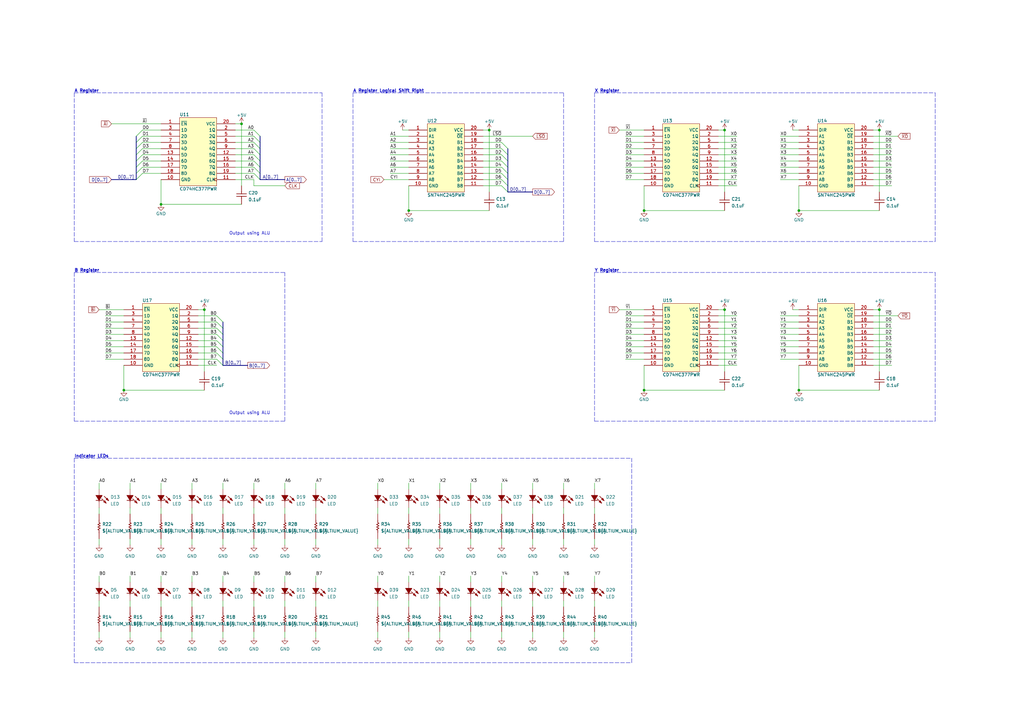
<source format=kicad_sch>
(kicad_sch (version 20211123) (generator eeschema)
  (paper "A3")
  (title_block (title "Registers") (date "2022-01-19") (rev "V1.1") (company "Riley Stuermer"))
  (junction (at 66.04 83.82))
  (junction (at 50.8 160.02))
  (junction (at 200.66 53.34))
  (junction (at 264.16 86.36))
  (junction (at 360.68 53.34))
  (junction (at 360.68 127))
  (junction (at 83.82 127))
  (junction (at 99.06 50.8))
  (junction (at 327.66 86.36))
  (junction (at 297.18 53.34))
  (junction (at 167.64 86.36))
  (junction (at 264.16 160.02))
  (junction (at 327.66 160.02))
  (junction (at 297.18 127))
  (bus_entry (at 205.74 73.66) (size 2.54 2.54))
  (bus_entry (at 205.74 76.2) (size 2.54 2.54))
  (bus_entry (at 205.74 66.04) (size 2.54 2.54))
  (bus_entry (at 205.74 68.58) (size 2.54 2.54))
  (bus_entry (at 205.74 71.12) (size 2.54 2.54))
  (bus_entry (at 205.74 58.42) (size 2.54 2.54))
  (bus_entry (at 205.74 60.96) (size 2.54 2.54))
  (bus_entry (at 205.74 63.5) (size 2.54 2.54))
  (bus_entry (at 88.9 147.32) (size 2.54 2.54))
  (bus_entry (at 88.9 144.78) (size 2.54 2.54))
  (bus_entry (at 88.9 129.54) (size 2.54 2.54))
  (bus_entry (at 88.9 134.62) (size 2.54 2.54))
  (bus_entry (at 88.9 132.08) (size 2.54 2.54))
  (bus_entry (at 88.9 137.16) (size 2.54 2.54))
  (bus_entry (at 88.9 139.7) (size 2.54 2.54))
  (bus_entry (at 88.9 142.24) (size 2.54 2.54))
  (bus_entry (at 55.88 55.88) (size 2.54 -2.54))
  (bus_entry (at 55.88 58.42) (size 2.54 -2.54))
  (bus_entry (at 55.88 60.96) (size 2.54 -2.54))
  (bus_entry (at 55.88 73.66) (size 2.54 -2.54))
  (bus_entry (at 55.88 71.12) (size 2.54 -2.54))
  (bus_entry (at 55.88 68.58) (size 2.54 -2.54))
  (bus_entry (at 55.88 63.5) (size 2.54 -2.54))
  (bus_entry (at 55.88 66.04) (size 2.54 -2.54))
  (bus_entry (at 104.14 60.96) (size 2.54 2.54))
  (bus_entry (at 104.14 63.5) (size 2.54 2.54))
  (bus_entry (at 104.14 68.58) (size 2.54 2.54))
  (bus_entry (at 104.14 66.04) (size 2.54 2.54))
  (bus_entry (at 104.14 71.12) (size 2.54 2.54))
  (bus_entry (at 104.14 58.42) (size 2.54 2.54))
  (bus_entry (at 104.14 55.88) (size 2.54 2.54))
  (bus_entry (at 104.14 53.34) (size 2.54 2.54))
  (wire (pts (xy 243.84 223.52) (xy 243.84 220.98)))
  (wire (pts (xy 294.64 63.5) (xy 302.26 63.5)))
  (polyline (pts (xy 30.48 38.1) (xy 132.08 38.1)))
  (bus (pts (xy 91.44 137.16) (xy 91.44 139.7)))
  (wire (pts (xy 360.68 127) (xy 358.14 127)))
  (wire (pts (xy 66.04 248.92) (xy 66.04 246.38)))
  (wire (pts (xy 104.14 210.82) (xy 104.14 208.28)))
  (wire (pts (xy 81.28 132.08) (xy 88.9 132.08)))
  (wire (pts (xy 327.66 71.12) (xy 320.04 71.12)))
  (wire (pts (xy 50.8 144.78) (xy 43.18 144.78)))
  (wire (pts (xy 104.14 261.62) (xy 104.14 259.08)))
  (wire (pts (xy 66.04 261.62) (xy 66.04 259.08)))
  (polyline (pts (xy 259.08 271.78) (xy 259.08 187.96)))
  (wire (pts (xy 358.14 66.04) (xy 365.76 66.04)))
  (wire (pts (xy 358.14 144.78) (xy 365.76 144.78)))
  (wire (pts (xy 40.64 236.22) (xy 40.64 238.76)))
  (bus (pts (xy 106.68 60.96) (xy 106.68 63.5)))
  (wire (pts (xy 302.26 134.62) (xy 294.64 134.62)))
  (wire (pts (xy 167.64 198.12) (xy 167.64 200.66)))
  (bus (pts (xy 91.44 134.62) (xy 91.44 137.16)))
  (wire (pts (xy 200.66 53.34) (xy 198.12 53.34)))
  (wire (pts (xy 81.28 147.32) (xy 88.9 147.32)))
  (wire (pts (xy 327.66 60.96) (xy 320.04 60.96)))
  (wire (pts (xy 129.54 223.52) (xy 129.54 220.98)))
  (wire (pts (xy 116.84 261.62) (xy 116.84 259.08)))
  (wire (pts (xy 180.34 236.22) (xy 180.34 238.76)))
  (wire (pts (xy 129.54 236.22) (xy 129.54 238.76)))
  (wire (pts (xy 116.84 198.12) (xy 116.84 200.66)))
  (wire (pts (xy 358.14 55.88) (xy 368.3 55.88)))
  (wire (pts (xy 320.04 132.08) (xy 327.66 132.08)))
  (bus (pts (xy 55.88 60.96) (xy 55.88 63.5)))
  (wire (pts (xy 365.76 137.16) (xy 358.14 137.16)))
  (wire (pts (xy 50.8 160.02) (xy 50.8 149.86)))
  (wire (pts (xy 231.14 236.22) (xy 231.14 238.76)))
  (wire (pts (xy 66.04 236.22) (xy 66.04 238.76)))
  (polyline (pts (xy 116.84 172.72) (xy 116.84 111.76)))
  (wire (pts (xy 218.44 210.82) (xy 218.44 208.28)))
  (wire (pts (xy 231.14 261.62) (xy 231.14 259.08)))
  (wire (pts (xy 66.04 210.82) (xy 66.04 208.28)))
  (wire (pts (xy 200.66 86.36) (xy 167.64 86.36)))
  (wire (pts (xy 256.54 142.24) (xy 264.16 142.24)))
  (wire (pts (xy 154.94 198.12) (xy 154.94 200.66)))
  (wire (pts (xy 81.28 144.78) (xy 88.9 144.78)))
  (polyline (pts (xy 383.54 99.06) (xy 383.54 38.1)))
  (wire (pts (xy 53.34 223.52) (xy 53.34 220.98)))
  (wire (pts (xy 243.84 236.22) (xy 243.84 238.76)))
  (wire (pts (xy 96.52 58.42) (xy 104.14 58.42)))
  (wire (pts (xy 294.64 127) (xy 297.18 127)))
  (wire (pts (xy 81.28 134.62) (xy 88.9 134.62)))
  (wire (pts (xy 180.34 248.92) (xy 180.34 246.38)))
  (wire (pts (xy 58.42 55.88) (xy 66.04 55.88)))
  (wire (pts (xy 78.74 236.22) (xy 78.74 238.76)))
  (wire (pts (xy 365.76 63.5) (xy 358.14 63.5)))
  (polyline (pts (xy 243.84 111.76) (xy 383.54 111.76)))
  (wire (pts (xy 327.66 86.36) (xy 327.66 76.2)))
  (wire (pts (xy 66.04 58.42) (xy 58.42 58.42)))
  (wire (pts (xy 302.26 129.54) (xy 294.64 129.54)))
  (wire (pts (xy 160.02 63.5) (xy 167.64 63.5)))
  (wire (pts (xy 365.76 147.32) (xy 358.14 147.32)))
  (wire (pts (xy 327.66 66.04) (xy 320.04 66.04)))
  (wire (pts (xy 264.16 71.12) (xy 256.54 71.12)))
  (bus (pts (xy 106.68 63.5) (xy 106.68 66.04)))
  (wire (pts (xy 320.04 68.58) (xy 327.66 68.58)))
  (wire (pts (xy 91.44 223.52) (xy 91.44 220.98)))
  (wire (pts (xy 96.52 50.8) (xy 99.06 50.8)))
  (wire (pts (xy 58.42 71.12) (xy 66.04 71.12)))
  (wire (pts (xy 358.14 76.2) (xy 365.76 76.2)))
  (wire (pts (xy 365.76 73.66) (xy 358.14 73.66)))
  (polyline (pts (xy 231.14 99.06) (xy 231.14 38.1)))
  (wire (pts (xy 83.82 127) (xy 83.82 152.4)))
  (wire (pts (xy 58.42 60.96) (xy 66.04 60.96)))
  (wire (pts (xy 205.74 73.66) (xy 198.12 73.66)))
  (wire (pts (xy 243.84 261.62) (xy 243.84 259.08)))
  (wire (pts (xy 358.14 71.12) (xy 365.76 71.12)))
  (wire (pts (xy 256.54 137.16) (xy 264.16 137.16)))
  (wire (pts (xy 360.68 86.36) (xy 327.66 86.36)))
  (wire (pts (xy 104.14 76.2) (xy 116.84 76.2)))
  (polyline (pts (xy 30.48 99.06) (xy 132.08 99.06)))
  (polyline (pts (xy 30.48 111.76) (xy 116.84 111.76)))
  (wire (pts (xy 294.64 147.32) (xy 302.26 147.32)))
  (wire (pts (xy 193.04 223.52) (xy 193.04 220.98)))
  (wire (pts (xy 40.64 127) (xy 50.8 127)))
  (wire (pts (xy 218.44 223.52) (xy 218.44 220.98)))
  (wire (pts (xy 254 127) (xy 264.16 127)))
  (wire (pts (xy 320.04 137.16) (xy 327.66 137.16)))
  (wire (pts (xy 78.74 261.62) (xy 78.74 259.08)))
  (wire (pts (xy 294.64 76.2) (xy 302.26 76.2)))
  (wire (pts (xy 205.74 58.42) (xy 198.12 58.42)))
  (polyline (pts (xy 30.48 187.96) (xy 259.08 187.96)))
  (wire (pts (xy 198.12 76.2) (xy 205.74 76.2)))
  (wire (pts (xy 218.44 198.12) (xy 218.44 200.66)))
  (wire (pts (xy 294.64 68.58) (xy 302.26 68.58)))
  (bus (pts (xy 208.28 66.04) (xy 208.28 68.58)))
  (wire (pts (xy 91.44 236.22) (xy 91.44 238.76)))
  (wire (pts (xy 104.14 198.12) (xy 104.14 200.66)))
  (wire (pts (xy 365.76 58.42) (xy 358.14 58.42)))
  (wire (pts (xy 81.28 127) (xy 83.82 127)))
  (wire (pts (xy 365.76 68.58) (xy 358.14 68.58)))
  (wire (pts (xy 66.04 198.12) (xy 66.04 200.66)))
  (wire (pts (xy 294.64 53.34) (xy 297.18 53.34)))
  (polyline (pts (xy 30.48 271.78) (xy 259.08 271.78)))
  (wire (pts (xy 180.34 210.82) (xy 180.34 208.28)))
  (wire (pts (xy 205.74 248.92) (xy 205.74 246.38)))
  (bus (pts (xy 106.68 58.42) (xy 106.68 60.96)))
  (wire (pts (xy 78.74 248.92) (xy 78.74 246.38)))
  (wire (pts (xy 91.44 261.62) (xy 91.44 259.08)))
  (polyline (pts (xy 243.84 38.1) (xy 243.84 99.06)))
  (wire (pts (xy 165.1 53.34) (xy 167.64 53.34)))
  (wire (pts (xy 40.64 261.62) (xy 40.64 259.08)))
  (wire (pts (xy 180.34 261.62) (xy 180.34 259.08)))
  (bus (pts (xy 55.88 58.42) (xy 55.88 60.96)))
  (wire (pts (xy 205.74 198.12) (xy 205.74 200.66)))
  (wire (pts (xy 320.04 63.5) (xy 327.66 63.5)))
  (wire (pts (xy 360.68 78.74) (xy 360.68 53.34)))
  (wire (pts (xy 116.84 210.82) (xy 116.84 208.28)))
  (wire (pts (xy 358.14 129.54) (xy 368.3 129.54)))
  (wire (pts (xy 243.84 248.92) (xy 243.84 246.38)))
  (wire (pts (xy 53.34 236.22) (xy 53.34 238.76)))
  (wire (pts (xy 66.04 53.34) (xy 58.42 53.34)))
  (wire (pts (xy 193.04 248.92) (xy 193.04 246.38)))
  (wire (pts (xy 96.52 55.88) (xy 104.14 55.88)))
  (wire (pts (xy 198.12 55.88) (xy 218.44 55.88)))
  (wire (pts (xy 327.66 134.62) (xy 320.04 134.62)))
  (wire (pts (xy 294.64 58.42) (xy 302.26 58.42)))
  (wire (pts (xy 198.12 60.96) (xy 205.74 60.96)))
  (wire (pts (xy 218.44 261.62) (xy 218.44 259.08)))
  (bus (pts (xy 106.68 71.12) (xy 106.68 73.66)))
  (wire (pts (xy 358.14 134.62) (xy 365.76 134.62)))
  (wire (pts (xy 66.04 68.58) (xy 58.42 68.58)))
  (polyline (pts (xy 243.84 111.76) (xy 243.84 172.72)))
  (wire (pts (xy 243.84 210.82) (xy 243.84 208.28)))
  (bus (pts (xy 91.44 132.08) (xy 91.44 134.62)))
  (wire (pts (xy 78.74 210.82) (xy 78.74 208.28)))
  (wire (pts (xy 96.52 68.58) (xy 104.14 68.58)))
  (wire (pts (xy 167.64 210.82) (xy 167.64 208.28)))
  (wire (pts (xy 297.18 127) (xy 297.18 152.4)))
  (wire (pts (xy 264.16 60.96) (xy 256.54 60.96)))
  (bus (pts (xy 55.88 73.66) (xy 45.72 73.66)))
  (wire (pts (xy 294.64 73.66) (xy 302.26 73.66)))
  (wire (pts (xy 256.54 63.5) (xy 264.16 63.5)))
  (polyline (pts (xy 132.08 99.06) (xy 132.08 38.1)))
  (wire (pts (xy 327.66 129.54) (xy 320.04 129.54)))
  (polyline (pts (xy 30.48 187.96) (xy 30.48 271.78)))
  (wire (pts (xy 243.84 198.12) (xy 243.84 200.66)))
  (wire (pts (xy 254 53.34) (xy 264.16 53.34)))
  (wire (pts (xy 129.54 210.82) (xy 129.54 208.28)))
  (wire (pts (xy 320.04 142.24) (xy 327.66 142.24)))
  (bus (pts (xy 91.44 147.32) (xy 91.44 149.86)))
  (wire (pts (xy 58.42 66.04) (xy 66.04 66.04)))
  (wire (pts (xy 327.66 144.78) (xy 320.04 144.78)))
  (wire (pts (xy 325.12 127) (xy 327.66 127)))
  (wire (pts (xy 358.14 60.96) (xy 365.76 60.96)))
  (wire (pts (xy 78.74 198.12) (xy 78.74 200.66)))
  (wire (pts (xy 365.76 142.24) (xy 358.14 142.24)))
  (wire (pts (xy 116.84 248.92) (xy 116.84 246.38)))
  (wire (pts (xy 264.16 139.7) (xy 256.54 139.7)))
  (wire (pts (xy 96.52 53.34) (xy 104.14 53.34)))
  (polyline (pts (xy 144.78 38.1) (xy 231.14 38.1)))
  (wire (pts (xy 327.66 55.88) (xy 320.04 55.88)))
  (wire (pts (xy 104.14 73.66) (xy 104.14 76.2)))
  (wire (pts (xy 302.26 71.12) (xy 294.64 71.12)))
  (wire (pts (xy 193.04 210.82) (xy 193.04 208.28)))
  (bus (pts (xy 55.88 66.04) (xy 55.88 68.58)))
  (wire (pts (xy 297.18 53.34) (xy 297.18 78.74)))
  (wire (pts (xy 302.26 139.7) (xy 294.64 139.7)))
  (wire (pts (xy 193.04 261.62) (xy 193.04 259.08)))
  (wire (pts (xy 167.64 55.88) (xy 160.02 55.88)))
  (polyline (pts (xy 30.48 111.76) (xy 30.48 172.72)))
  (wire (pts (xy 53.34 198.12) (xy 53.34 200.66)))
  (wire (pts (xy 256.54 68.58) (xy 264.16 68.58)))
  (wire (pts (xy 325.12 53.34) (xy 327.66 53.34)))
  (wire (pts (xy 264.16 144.78) (xy 256.54 144.78)))
  (polyline (pts (xy 144.78 99.06) (xy 231.14 99.06)))
  (wire (pts (xy 193.04 198.12) (xy 193.04 200.66)))
  (polyline (pts (xy 30.48 172.72) (xy 116.84 172.72)))
  (wire (pts (xy 45.72 50.8) (xy 66.04 50.8)))
  (bus (pts (xy 208.28 76.2) (xy 208.28 78.74)))
  (wire (pts (xy 294.64 142.24) (xy 302.26 142.24)))
  (wire (pts (xy 205.74 68.58) (xy 198.12 68.58)))
  (wire (pts (xy 96.52 73.66) (xy 104.14 73.66)))
  (bus (pts (xy 208.28 73.66) (xy 208.28 76.2)))
  (wire (pts (xy 256.54 132.08) (xy 264.16 132.08)))
  (bus (pts (xy 106.68 55.88) (xy 106.68 58.42)))
  (wire (pts (xy 167.64 248.92) (xy 167.64 246.38)))
  (bus (pts (xy 91.44 139.7) (xy 91.44 142.24)))
  (wire (pts (xy 264.16 129.54) (xy 256.54 129.54)))
  (wire (pts (xy 43.18 132.08) (xy 50.8 132.08)))
  (bus (pts (xy 55.88 55.88) (xy 55.88 58.42)))
  (wire (pts (xy 180.34 198.12) (xy 180.34 200.66)))
  (bus (pts (xy 106.68 68.58) (xy 106.68 71.12)))
  (wire (pts (xy 264.16 134.62) (xy 256.54 134.62)))
  (wire (pts (xy 129.54 248.92) (xy 129.54 246.38)))
  (wire (pts (xy 53.34 248.92) (xy 53.34 246.38)))
  (bus (pts (xy 208.28 60.96) (xy 208.28 63.5)))
  (wire (pts (xy 116.84 223.52) (xy 116.84 220.98)))
  (wire (pts (xy 264.16 66.04) (xy 256.54 66.04)))
  (wire (pts (xy 43.18 137.16) (xy 50.8 137.16)))
  (wire (pts (xy 167.64 60.96) (xy 160.02 60.96)))
  (wire (pts (xy 43.18 142.24) (xy 50.8 142.24)))
  (wire (pts (xy 365.76 132.08) (xy 358.14 132.08)))
  (bus (pts (xy 208.28 63.5) (xy 208.28 66.04)))
  (wire (pts (xy 81.28 129.54) (xy 88.9 129.54)))
  (wire (pts (xy 167.64 66.04) (xy 160.02 66.04)))
  (wire (pts (xy 218.44 248.92) (xy 218.44 246.38)))
  (bus (pts (xy 91.44 142.24) (xy 91.44 144.78)))
  (wire (pts (xy 167.64 236.22) (xy 167.64 238.76)))
  (wire (pts (xy 154.94 248.92) (xy 154.94 246.38)))
  (polyline (pts (xy 243.84 172.72) (xy 383.54 172.72)))
  (wire (pts (xy 205.74 236.22) (xy 205.74 238.76)))
  (wire (pts (xy 81.28 139.7) (xy 88.9 139.7)))
  (wire (pts (xy 294.64 132.08) (xy 302.26 132.08)))
  (wire (pts (xy 167.64 71.12) (xy 160.02 71.12)))
  (wire (pts (xy 40.64 248.92) (xy 40.64 246.38)))
  (wire (pts (xy 264.16 86.36) (xy 264.16 76.2)))
  (wire (pts (xy 154.94 210.82) (xy 154.94 208.28)))
  (wire (pts (xy 302.26 60.96) (xy 294.64 60.96)))
  (wire (pts (xy 231.14 210.82) (xy 231.14 208.28)))
  (wire (pts (xy 154.94 261.62) (xy 154.94 259.08)))
  (bus (pts (xy 55.88 68.58) (xy 55.88 71.12)))
  (bus (pts (xy 55.88 71.12) (xy 55.88 73.66)))
  (wire (pts (xy 91.44 248.92) (xy 91.44 246.38)))
  (wire (pts (xy 104.14 223.52) (xy 104.14 220.98)))
  (polyline (pts (xy 243.84 99.06) (xy 383.54 99.06)))
  (wire (pts (xy 200.66 78.74) (xy 200.66 53.34)))
  (wire (pts (xy 53.34 210.82) (xy 53.34 208.28)))
  (wire (pts (xy 81.28 137.16) (xy 88.9 137.16)))
  (wire (pts (xy 129.54 198.12) (xy 129.54 200.66)))
  (bus (pts (xy 91.44 149.86) (xy 101.6 149.86)))
  (wire (pts (xy 83.82 160.02) (xy 50.8 160.02)))
  (wire (pts (xy 231.14 198.12) (xy 231.14 200.66)))
  (wire (pts (xy 40.64 223.52) (xy 40.64 220.98)))
  (wire (pts (xy 154.94 223.52) (xy 154.94 220.98)))
  (polyline (pts (xy 144.78 38.1) (xy 144.78 99.06)))
  (wire (pts (xy 154.94 236.22) (xy 154.94 238.76)))
  (wire (pts (xy 91.44 198.12) (xy 91.44 200.66)))
  (wire (pts (xy 160.02 58.42) (xy 167.64 58.42)))
  (bus (pts (xy 208.28 71.12) (xy 208.28 73.66)))
  (wire (pts (xy 302.26 66.04) (xy 294.64 66.04)))
  (wire (pts (xy 43.18 147.32) (xy 50.8 147.32)))
  (bus (pts (xy 106.68 73.66) (xy 116.84 73.66)))
  (wire (pts (xy 205.74 261.62) (xy 205.74 259.08)))
  (wire (pts (xy 96.52 71.12) (xy 104.14 71.12)))
  (wire (pts (xy 66.04 223.52) (xy 66.04 220.98)))
  (wire (pts (xy 198.12 66.04) (xy 205.74 66.04)))
  (wire (pts (xy 256.54 58.42) (xy 264.16 58.42)))
  (wire (pts (xy 256.54 147.32) (xy 264.16 147.32)))
  (wire (pts (xy 81.28 142.24) (xy 88.9 142.24)))
  (bus (pts (xy 106.68 66.04) (xy 106.68 68.58)))
  (wire (pts (xy 320.04 73.66) (xy 327.66 73.66)))
  (wire (pts (xy 180.34 223.52) (xy 180.34 220.98)))
  (wire (pts (xy 205.74 210.82) (xy 205.74 208.28)))
  (wire (pts (xy 81.28 149.86) (xy 88.9 149.86)))
  (wire (pts (xy 294.64 149.86) (xy 302.26 149.86)))
  (wire (pts (xy 302.26 144.78) (xy 294.64 144.78)))
  (wire (pts (xy 231.14 248.92) (xy 231.14 246.38)))
  (wire (pts (xy 66.04 63.5) (xy 58.42 63.5)))
  (wire (pts (xy 358.14 149.86) (xy 365.76 149.86)))
  (wire (pts (xy 50.8 134.62) (xy 43.18 134.62)))
  (wire (pts (xy 264.16 55.88) (xy 256.54 55.88)))
  (wire (pts (xy 205.74 223.52) (xy 205.74 220.98)))
  (wire (pts (xy 294.64 137.16) (xy 302.26 137.16)))
  (wire (pts (xy 50.8 129.54) (xy 43.18 129.54)))
  (wire (pts (xy 99.06 83.82) (xy 66.04 83.82)))
  (wire (pts (xy 167.64 223.52) (xy 167.64 220.98)))
  (wire (pts (xy 104.14 248.92) (xy 104.14 246.38)))
  (wire (pts (xy 50.8 139.7) (xy 43.18 139.7)))
  (bus (pts (xy 208.28 68.58) (xy 208.28 71.12)))
  (bus (pts (xy 55.88 63.5) (xy 55.88 66.04)))
  (wire (pts (xy 40.64 210.82) (xy 40.64 208.28)))
  (wire (pts (xy 66.04 83.82) (xy 66.04 73.66)))
  (wire (pts (xy 116.84 236.22) (xy 116.84 238.76)))
  (wire (pts (xy 327.66 139.7) (xy 320.04 139.7)))
  (wire (pts (xy 129.54 261.62) (xy 129.54 259.08)))
  (wire (pts (xy 360.68 53.34) (xy 358.14 53.34)))
  (wire (pts (xy 320.04 58.42) (xy 327.66 58.42)))
  (wire (pts (xy 231.14 223.52) (xy 231.14 220.98)))
  (wire (pts (xy 167.64 86.36) (xy 167.64 76.2)))
  (wire (pts (xy 160.02 68.58) (xy 167.64 68.58)))
  (bus (pts (xy 91.44 144.78) (xy 91.44 147.32)))
  (wire (pts (xy 40.64 198.12) (xy 40.64 200.66)))
  (wire (pts (xy 358.14 139.7) (xy 365.76 139.7)))
  (polyline (pts (xy 30.48 38.1) (xy 30.48 99.06)))
  (wire (pts (xy 256.54 73.66) (xy 264.16 73.66)))
  (wire (pts (xy 96.52 66.04) (xy 104.14 66.04)))
  (wire (pts (xy 96.52 60.96) (xy 104.14 60.96)))
  (wire (pts (xy 360.68 160.02) (xy 327.66 160.02)))
  (polyline (pts (xy 243.84 38.1) (xy 383.54 38.1)))
  (wire (pts (xy 167.64 73.66) (xy 157.48 73.66)))
  (wire (pts (xy 99.06 50.8) (xy 99.06 76.2)))
  (wire (pts (xy 264.16 160.02) (xy 264.16 149.86)))
  (wire (pts (xy 327.66 160.02) (xy 327.66 149.86)))
  (wire (pts (xy 198.12 71.12) (xy 205.74 71.12)))
  (wire (pts (xy 91.44 210.82) (xy 91.44 208.28)))
  (wire (pts (xy 193.04 236.22) (xy 193.04 238.76)))
  (wire (pts (xy 302.26 55.88) (xy 294.64 55.88)))
  (wire (pts (xy 104.14 236.22) (xy 104.14 238.76)))
  (wire (pts (xy 360.68 152.4) (xy 360.68 127)))
  (wire (pts (xy 297.18 86.36) (xy 264.16 86.36)))
  (wire (pts (xy 167.64 261.62) (xy 167.64 259.08)))
  (wire (pts (xy 320.04 147.32) (xy 327.66 147.32)))
  (wire (pts (xy 297.18 160.02) (xy 264.16 160.02)))
  (wire (pts (xy 205.74 63.5) (xy 198.12 63.5)))
  (wire (pts (xy 218.44 236.22) (xy 218.44 238.76)))
  (wire (pts (xy 78.74 223.52) (xy 78.74 220.98)))
  (wire (pts (xy 53.34 261.62) (xy 53.34 259.08)))
  (polyline (pts (xy 383.54 172.72) (xy 383.54 111.76)))
  (bus (pts (xy 208.28 78.74) (xy 218.44 78.74)))
  (wire (pts (xy 96.52 63.5) (xy 104.14 63.5)))
  (text "Indicator LEDs" (at 30.48 187.96 0) (effects (font (size 1.27 1.27) (thickness 0.254) bold) (justify left bottom)))
  (text "Y Register" (at 243.84 111.76 0) (effects (font (size 1.27 1.27) (thickness 0.254) bold) (justify left bottom)))
  (text "X Register" (at 243.84 38.1 0) (effects (font (size 1.27 1.27) (thickness 0.254) bold) (justify left bottom)))
  (text "A Register" (at 30.48 38.1 0) (effects (font (size 1.27 1.27) (thickness 0.254) bold) (justify left bottom)))
  (text "A Register Logical Shift Right" (at 144.78 38.1 0) (effects (font (size 1.27 1.27) (thickness 0.254) bold) (justify left bottom)))
  (text "B Register" (at 30.48 111.76 0) (effects (font (size 1.27 1.27) (thickness 0.254) bold) (justify left bottom)))
  (text "Output using ALU" (at 93.98 170.18 0) (effects (font (size 1.27 1.27)) (justify left bottom)))
  (text "Output using ALU" (at 93.98 96.52 0) (effects (font (size 1.27 1.27)) (justify left bottom)))
  (label "D3" (at 43.18 137.16 0))
  (label "X1" (at 302.26 58.42 180))
  (label "D6" (at 365.76 147.32 180))
  (label "Y7" (at 302.26 147.32 180))
  (label "X1" (at 167.64 198.12 0))
  (label "Y3" (at 320.04 137.16 0))
  (label "D7" (at 58.42 71.12 0))
  (label "D1" (at 365.76 134.62 180))
  (label "D2" (at 365.76 63.5 180))
  (label "B7" (at 129.54 236.22 0))
  (label "D7" (at 43.18 147.32 0))
  (label "A5" (at 104.14 198.12 0))
  (label "Y3" (at 302.26 137.16 180))
  (label "D0" (at 256.54 129.54 0))
  (label "D5" (at 205.74 71.12 180))
  (label "X2" (at 180.34 198.12 0))
  (label "D7" (at 256.54 73.66 0))
  (label "A4" (at 104.14 63.5 180))
  (label "X6" (at 302.26 71.12 180))
  (label "D0" (at 365.76 58.42 180))
  (label "D[0..7]" (at 215.9 78.74 180))
  (label "X0" (at 320.04 55.88 0))
  (label "Y5" (at 302.26 142.24 180))
  (label "X6" (at 231.14 198.12 0))
  (label "X5" (at 302.26 68.58 180))
  (label "D5" (at 43.18 142.24 0))
  (label "D5" (at 365.76 144.78 180))
  (label "A2" (at 160.02 58.42 0))
  (label "D0" (at 205.74 58.42 180))
  (label "D1" (at 365.76 60.96 180))
  (label "D6" (at 365.76 73.66 180))
  (label "B5" (at 104.14 236.22 0))
  (label "A2" (at 66.04 198.12 0))
  (label "D0" (at 43.18 129.54 0))
  (label "Y4" (at 320.04 139.7 0))
  (label "D6" (at 256.54 144.78 0))
  (label "D7" (at 256.54 147.32 0))
  (label "D4" (at 365.76 142.24 180))
  (label "~{YO}" (at 365.76 129.54 180))
  (label "A4" (at 91.44 198.12 0))
  (label "B0" (at 40.64 236.22 0))
  (label "B4" (at 91.44 236.22 0))
  (label "D3" (at 256.54 137.16 0))
  (label "D3" (at 365.76 66.04 180))
  (label "B1" (at 88.9 132.08 180))
  (label "A3" (at 104.14 60.96 180))
  (label "D6" (at 43.18 144.78 0))
  (label "D4" (at 256.54 139.7 0))
  (label "Y4" (at 302.26 139.7 180))
  (label "X3" (at 193.04 198.12 0))
  (label "X4" (at 302.26 66.04 180))
  (label "X7" (at 243.84 198.12 0))
  (label "B2" (at 66.04 236.22 0))
  (label "D3" (at 58.42 60.96 0))
  (label "D1" (at 205.74 60.96 180))
  (label "~{XO}" (at 365.76 55.88 180))
  (label "A1" (at 104.14 55.88 180))
  (label "CLK" (at 88.9 149.86 180))
  (label "D6" (at 205.74 73.66 180))
  (label "D1" (at 256.54 58.42 0))
  (label "Y6" (at 320.04 144.78 0))
  (label "D7" (at 365.76 149.86 180))
  (label "D5" (at 365.76 71.12 180))
  (label "A5" (at 104.14 66.04 180))
  (label "~{YI}" (at 256.54 127 0))
  (label "Y2" (at 320.04 134.62 0))
  (label "X3" (at 302.26 63.5 180))
  (label "D2" (at 365.76 137.16 180))
  (label "A0" (at 104.14 53.34 180))
  (label "D[0..7]" (at 48.26 73.66 0))
  (label "D4" (at 256.54 66.04 0))
  (label "D2" (at 205.74 63.5 180))
  (label "D1" (at 256.54 132.08 0))
  (label "A1" (at 53.34 198.12 0))
  (label "Y0" (at 320.04 129.54 0))
  (label "~{LSO}" (at 205.74 55.88 180))
  (label "B7" (at 88.9 147.32 180))
  (label "D6" (at 256.54 71.12 0))
  (label "~{XI}" (at 256.54 53.34 0))
  (label "D5" (at 256.54 142.24 0))
  (label "D2" (at 256.54 134.62 0))
  (label "A2" (at 104.14 58.42 180))
  (label "Y7" (at 320.04 147.32 0))
  (label "D0" (at 58.42 53.34 0))
  (label "D3" (at 256.54 63.5 0))
  (label "A1" (at 160.02 55.88 0))
  (label "A7" (at 129.54 198.12 0))
  (label "D2" (at 256.54 60.96 0))
  (label "X6" (at 320.04 71.12 0))
  (label "Y5" (at 218.44 236.22 0))
  (label "A6" (at 116.84 198.12 0))
  (label "D4" (at 205.74 68.58 180))
  (label "~{AI}" (at 58.42 50.8 0))
  (label "B6" (at 88.9 144.78 180))
  (label "Y1" (at 167.64 236.22 0))
  (label "X0" (at 302.26 55.88 180))
  (label "A6" (at 160.02 68.58 0))
  (label "X2" (at 302.26 60.96 180))
  (label "D2" (at 43.18 134.62 0))
  (label "A6" (at 104.14 68.58 180))
  (label "B1" (at 53.34 236.22 0))
  (label "B0" (at 88.9 129.54 180))
  (label "X4" (at 205.74 198.12 0))
  (label "Y0" (at 302.26 129.54 180))
  (label "~{BI}" (at 43.18 127 0))
  (label "B3" (at 78.74 236.22 0))
  (label "A[0..7]" (at 114.3 73.66 180))
  (label "Y2" (at 302.26 134.62 180))
  (label "Y2" (at 180.34 236.22 0))
  (label "X3" (at 320.04 63.5 0))
  (label "D4" (at 365.76 68.58 180))
  (label "D1" (at 43.18 132.08 0))
  (label "D5" (at 256.54 68.58 0))
  (label "X2" (at 320.04 60.96 0))
  (label "Y6" (at 231.14 236.22 0))
  (label "D3" (at 205.74 66.04 180))
  (label "CLK" (at 302.26 149.86 180))
  (label "Y1" (at 302.26 132.08 180))
  (label "X7" (at 320.04 73.66 0))
  (label "D6" (at 58.42 68.58 0))
  (label "B[0..7]" (at 99.06 149.86 180))
  (label "B3" (at 88.9 137.16 180))
  (label "Y4" (at 205.74 236.22 0))
  (label "D0" (at 256.54 55.88 0))
  (label "Y3" (at 193.04 236.22 0))
  (label "X4" (at 320.04 66.04 0))
  (label "D4" (at 43.18 139.7 0))
  (label "Y6" (at 302.26 144.78 180))
  (label "Y7" (at 243.84 236.22 0))
  (label "D7" (at 205.74 76.2 180))
  (label "X5" (at 218.44 198.12 0))
  (label "D1" (at 58.42 55.88 0))
  (label "X0" (at 154.94 198.12 0))
  (label "Y5" (at 320.04 142.24 0))
  (label "CLK" (at 302.26 76.2 180))
  (label "D2" (at 58.42 58.42 0))
  (label "B6" (at 116.84 236.22 0))
  (label "B2" (at 88.9 134.62 180))
  (label "A7" (at 104.14 71.12 180))
  (label "Y0" (at 154.94 236.22 0))
  (label "A4" (at 160.02 63.5 0))
  (label "D0" (at 365.76 132.08 180))
  (label "D3" (at 365.76 139.7 180))
  (label "A0" (at 40.64 198.12 0))
  (label "A7" (at 160.02 71.12 0))
  (label "D4" (at 58.42 63.5 0))
  (label "CLK" (at 104.14 73.66 180))
  (label "X5" (at 320.04 68.58 0))
  (label "Y1" (at 320.04 132.08 0))
  (label "X1" (at 320.04 58.42 0))
  (label "A5" (at 160.02 66.04 0))
  (label "D7" (at 365.76 76.2 180))
  (label "D5" (at 58.42 66.04 0))
  (label "B4" (at 88.9 139.7 180))
  (label "CYI" (at 160.02 73.66 0))
  (label "A3" (at 78.74 198.12 0))
  (label "X7" (at 302.26 73.66 180))
  (label "A3" (at 160.02 60.96 0))
  (label "B5" (at 88.9 142.24 180))
  (global_label "CLK" (shape input) (at 116.84 76.2 0) (property "Intersheet References" "${INTERSHEET_REFS}" (effects hide)))
  (global_label "D[0..7]" (shape output) (at 218.44 78.74 0) (property "Intersheet References" "${INTERSHEET_REFS}" (effects hide)))
  (global_label "D[0..7]" (shape input) (at 45.72 73.66 180) (property "Intersheet References" "${INTERSHEET_REFS}" (effects hide)))
  (global_label "~{XO}" (shape input) (at 368.3 55.88 0) (property "Intersheet References" "${INTERSHEET_REFS}" (effects hide)))
  (global_label "~{XI}" (shape input) (at 254 53.34 180) (property "Intersheet References" "${INTERSHEET_REFS}" (effects hide)))
  (global_label "CYI" (shape input) (at 157.48 73.66 180) (property "Intersheet References" "${INTERSHEET_REFS}" (effects hide)))
  (global_label "~{YO}" (shape input) (at 368.3 129.54 0) (property "Intersheet References" "${INTERSHEET_REFS}" (effects hide)))
  (global_label "~{AI}" (shape input) (at 45.72 50.8 180) (property "Intersheet References" "${INTERSHEET_REFS}" (effects hide)))
  (global_label "~{BI}" (shape input) (at 40.64 127 180) (property "Intersheet References" "${INTERSHEET_REFS}" (effects hide)))
  (global_label "A[0..7]" (shape output) (at 116.84 73.66 0) (property "Intersheet References" "${INTERSHEET_REFS}" (effects hide)))
  (global_label "~{YI}" (shape input) (at 254 127 180) (property "Intersheet References" "${INTERSHEET_REFS}" (effects hide)))
  (global_label "~{LSO}" (shape input) (at 218.44 55.88 0) (property "Intersheet References" "${INTERSHEET_REFS}" (effects hide)))
  (global_label "B[0..7]" (shape output) (at 101.6 149.86 0) (property "Intersheet References" "${INTERSHEET_REFS}" (effects hide)))
  (symbol (lib_id "8BitCPU_Symbols:GND") (at 91.44 223.52 0) (unit 1)
    (property "Reference" "#PWR?" (effects hide))
    (property "Value" "GND" (at 91.44 228.0825 0))
  )
  (symbol (lib_id "8BitCPU_Symbols:LED") (at 167.64 241.3 270) (unit 1)
    (property "Reference" "D23" (at 172.2892 241.9657 90) (effects (justify left)))
    (property "Value" "LED" (at 172.2892 244.7408 90) (effects (justify left)))
    (property "Footprint" "0603-LED1608X04N" (effects hide))
  )
  (symbol (lib_id "8BitCPU_Symbols:SN74HC245PWR") (at 175.26 53.34 0) (unit 1)
    (property "Reference" "U12" (at 175.26 49.53 0) (effects (justify left)))
    (property "Value" "SN74HC245PWR" (at 175.26 80.01 0) (effects (justify left)))
    (property "Footprint" "TI-PW-TSSOP65P640X120-20N" (effects hide))
  )
  (symbol (lib_id "8BitCPU_Symbols:RES") (at 116.84 218.44 90) (unit 1)
    (property "Reference" "R28" (at 118.11 214.9915 90) (effects (justify right)))
    (property "Value" "${ALTIUM_VALUE}" (at 118.11 217.7666 90) (effects (justify right)))
    (property "Footprint" "0603-RESC1508X06N" (effects hide))
  )
  (symbol (lib_id "8BitCPU_Symbols:CAP") (at 360.68 157.48 90) (unit 1)
    (property "Reference" "C18" (at 363.474 155.3015 90) (effects (justify right)))
    (property "Value" "0.1uF" (at 363.474 158.0766 90) (effects (justify right)))
    (property "Footprint" "8BitCPU_Footprints:0603_CAPC1608X09N" (effects hide))
  )
  (symbol (lib_id "8BitCPU_Symbols:RES") (at 116.84 256.54 90) (unit 1)
    (property "Reference" "R20" (at 118.11 253.0915 90) (effects (justify right)))
    (property "Value" "${ALTIUM_VALUE}" (at 118.11 255.8666 90) (effects (justify right)))
    (property "Footprint" "0603-RESC1508X06N" (effects hide))
  )
  (symbol (lib_id "8BitCPU_Symbols:GND") (at 116.84 261.62 0) (unit 1)
    (property "Reference" "#PWR?" (effects hide))
    (property "Value" "GND" (at 116.84 266.1825 0))
  )
  (symbol (lib_id "8BitCPU_Symbols:GND") (at 167.64 261.62 0) (unit 1)
    (property "Reference" "#PWR?" (effects hide))
    (property "Value" "GND" (at 167.64 266.1825 0))
  )
  (symbol (lib_id "8BitCPU_Symbols:LED") (at 91.44 241.3 270) (unit 1)
    (property "Reference" "D9" (at 96.0893 241.9657 90) (effects (justify left)))
    (property "Value" "LED" (at 96.0893 244.7408 90) (effects (justify left)))
    (property "Footprint" "0603-LED1608X04N" (effects hide))
  )
  (symbol (lib_id "8BitCPU_Symbols:GND") (at 78.74 223.52 0) (unit 1)
    (property "Reference" "#PWR?" (effects hide))
    (property "Value" "GND" (at 78.74 228.0825 0))
  )
  (symbol (lib_id "8BitCPU_Symbols:RES") (at 218.44 218.44 90) (unit 1)
    (property "Reference" "R30" (at 219.71 214.9915 90) (effects (justify right)))
    (property "Value" "${ALTIUM_VALUE}" (at 219.71 217.7666 90) (effects (justify right)))
    (property "Footprint" "0603-RESC1508X06N" (effects hide))
  )
  (symbol (lib_id "8BitCPU_Symbols:LED") (at 193.04 203.2 270) (unit 1)
    (property "Reference" "D36" (at 197.6892 203.8657 90) (effects (justify left)))
    (property "Value" "LED" (at 197.6892 206.6408 90) (effects (justify left)))
    (property "Footprint" "0603-LED1608X04N" (effects hide))
  )
  (symbol (lib_id "8BitCPU_Symbols:GND") (at 40.64 223.52 0) (unit 1)
    (property "Reference" "#PWR?" (effects hide))
    (property "Value" "GND" (at 40.64 228.0825 0))
  )
  (symbol (lib_id "8BitCPU_Symbols:LED") (at 231.14 241.3 270) (unit 1)
    (property "Reference" "D28" (at 235.7892 241.9657 90) (effects (justify left)))
    (property "Value" "LED" (at 235.7892 244.7408 90) (effects (justify left)))
    (property "Footprint" "0603-LED1608X04N" (effects hide))
  )
  (symbol (lib_id "8BitCPU_Symbols:GND") (at 218.44 261.62 0) (unit 1)
    (property "Reference" "#PWR?" (effects hide))
    (property "Value" "GND" (at 218.44 266.1825 0))
  )
  (symbol (lib_id "8BitCPU_Symbols:GND") (at 129.54 223.52 0) (unit 1)
    (property "Reference" "#PWR?" (effects hide))
    (property "Value" "GND" (at 129.54 228.0825 0))
  )
  (symbol (lib_id "8BitCPU_Symbols:GND") (at 53.34 223.52 0) (unit 1)
    (property "Reference" "#PWR?" (effects hide))
    (property "Value" "GND" (at 53.34 228.0825 0))
  )
  (symbol (lib_id "8BitCPU_Symbols:+5V") (at 99.06 50.8 0) (unit 1)
    (property "Reference" "#PWR?" (effects hide))
    (property "Value" "+5" (at 99.06 47.244 0))
  )
  (symbol (lib_id "8BitCPU_Symbols:RES") (at 129.54 218.44 90) (unit 1)
    (property "Reference" "R29" (at 130.81 214.9915 90) (effects (justify right)))
    (property "Value" "${ALTIUM_VALUE}" (at 130.81 217.7666 90) (effects (justify right)))
    (property "Footprint" "0603-RESC1508X06N" (effects hide))
  )
  (symbol (lib_id "8BitCPU_Symbols:CAP") (at 83.82 157.48 90) (unit 1)
    (property "Reference" "C19" (at 86.614 155.3015 90) (effects (justify right)))
    (property "Value" "0.1uF" (at 86.614 158.0766 90) (effects (justify right)))
    (property "Footprint" "8BitCPU_Footprints:0603_CAPC1608X09N" (effects hide))
  )
  (symbol (lib_id "8BitCPU_Symbols:LED") (at 218.44 203.2 270) (unit 1)
    (property "Reference" "D38" (at 223.0892 203.8657 90) (effects (justify left)))
    (property "Value" "LED" (at 223.0892 206.6408 90) (effects (justify left)))
    (property "Footprint" "0603-LED1608X04N" (effects hide))
  )
  (symbol (lib_id "8BitCPU_Symbols:GND") (at 53.34 261.62 0) (unit 1)
    (property "Reference" "#PWR?" (effects hide))
    (property "Value" "GND" (at 53.34 266.1825 0))
  )
  (symbol (lib_id "8BitCPU_Symbols:LED") (at 205.74 241.3 270) (unit 1)
    (property "Reference" "D26" (at 210.3892 241.9657 90) (effects (justify left)))
    (property "Value" "LED" (at 210.3892 244.7408 90) (effects (justify left)))
    (property "Footprint" "0603-LED1608X04N" (effects hide))
  )
  (symbol (lib_id "8BitCPU_Symbols:GND") (at 205.74 223.52 0) (unit 1)
    (property "Reference" "#PWR?" (effects hide))
    (property "Value" "GND" (at 205.74 228.0825 0))
  )
  (symbol (lib_id "8BitCPU_Symbols:LED") (at 129.54 241.3 270) (unit 1)
    (property "Reference" "D12" (at 134.1892 241.9657 90) (effects (justify left)))
    (property "Value" "LED" (at 134.1892 244.7408 90) (effects (justify left)))
    (property "Footprint" "0603-LED1608X04N" (effects hide))
  )
  (symbol (lib_id "8BitCPU_Symbols:LED") (at 218.44 241.3 270) (unit 1)
    (property "Reference" "D27" (at 223.0892 241.9657 90) (effects (justify left)))
    (property "Value" "LED" (at 223.0892 244.7408 90) (effects (justify left)))
    (property "Footprint" "0603-LED1608X04N" (effects hide))
  )
  (symbol (lib_id "8BitCPU_Symbols:GND") (at 154.94 223.52 0) (unit 1)
    (property "Reference" "#PWR?" (effects hide))
    (property "Value" "GND" (at 154.94 228.0825 0))
  )
  (symbol (lib_id "8BitCPU_Symbols:GND") (at 193.04 261.62 0) (unit 1)
    (property "Reference" "#PWR?" (effects hide))
    (property "Value" "GND" (at 193.04 266.1825 0))
  )
  (symbol (lib_id "8BitCPU_Symbols:GND") (at 78.74 261.62 0) (unit 1)
    (property "Reference" "#PWR?" (effects hide))
    (property "Value" "GND" (at 78.74 266.1825 0))
  )
  (symbol (lib_id "8BitCPU_Symbols:GND") (at 104.14 223.52 0) (unit 1)
    (property "Reference" "#PWR?" (effects hide))
    (property "Value" "GND" (at 104.14 228.0825 0))
  )
  (symbol (lib_id "8BitCPU_Symbols:RES") (at 243.84 256.54 90) (unit 1)
    (property "Reference" "R40" (at 245.11 253.0915 90) (effects (justify right)))
    (property "Value" "${ALTIUM_VALUE}" (at 245.11 255.8666 90) (effects (justify right)))
    (property "Footprint" "0603-RESC1508X06N" (effects hide))
  )
  (symbol (lib_id "8BitCPU_Symbols:LED") (at 40.64 203.2 270) (unit 1)
    (property "Reference" "D13" (at 45.2892 203.8657 90) (effects (justify left)))
    (property "Value" "LED" (at 45.2892 206.6408 90) (effects (justify left)))
    (property "Footprint" "0603-LED1608X04N" (effects hide))
  )
  (symbol (lib_id "8BitCPU_Symbols:LED") (at 53.34 241.3 270) (unit 1)
    (property "Reference" "D6" (at 57.9893 241.9657 90) (effects (justify left)))
    (property "Value" "LED" (at 57.9893 244.7408 90) (effects (justify left)))
    (property "Footprint" "0603-LED1608X04N" (effects hide))
  )
  (symbol (lib_id "8BitCPU_Symbols:+5V") (at 165.1 53.34 0) (unit 1)
    (property "Reference" "#PWR?" (effects hide))
    (property "Value" "+5" (at 165.1 49.784 0))
  )
  (symbol (lib_id "8BitCPU_Symbols:GND") (at 66.04 223.52 0) (unit 1)
    (property "Reference" "#PWR?" (effects hide))
    (property "Value" "GND" (at 66.04 228.0825 0))
  )
  (symbol (lib_id "8BitCPU_Symbols:GND") (at 243.84 223.52 0) (unit 1)
    (property "Reference" "#PWR?" (effects hide))
    (property "Value" "GND" (at 243.84 228.0825 0))
  )
  (symbol (lib_id "8BitCPU_Symbols:RES") (at 104.14 218.44 90) (unit 1)
    (property "Reference" "R27" (at 105.41 214.9915 90) (effects (justify right)))
    (property "Value" "${ALTIUM_VALUE}" (at 105.41 217.7666 90) (effects (justify right)))
    (property "Footprint" "0603-RESC1508X06N" (effects hide))
  )
  (symbol (lib_id "8BitCPU_Symbols:RES") (at 53.34 256.54 90) (unit 1)
    (property "Reference" "R15" (at 54.61 253.0915 90) (effects (justify right)))
    (property "Value" "${ALTIUM_VALUE}" (at 54.61 255.8666 90) (effects (justify right)))
    (property "Footprint" "0603-RESC1508X06N" (effects hide))
  )
  (symbol (lib_id "8BitCPU_Symbols:LED") (at 104.14 203.2 270) (unit 1)
    (property "Reference" "D18" (at 108.7892 203.8657 90) (effects (justify left)))
    (property "Value" "LED" (at 108.7892 206.6408 90) (effects (justify left)))
    (property "Footprint" "0603-LED1608X04N" (effects hide))
  )
  (symbol (lib_id "8BitCPU_Symbols:GND") (at 243.84 261.62 0) (unit 1)
    (property "Reference" "#PWR?" (effects hide))
    (property "Value" "GND" (at 243.84 266.1825 0))
  )
  (symbol (lib_id "8BitCPU_Symbols:RES") (at 180.34 256.54 90) (unit 1)
    (property "Reference" "R41" (at 181.61 253.0915 90) (effects (justify right)))
    (property "Value" "${ALTIUM_VALUE}" (at 181.61 255.8666 90) (effects (justify right)))
    (property "Footprint" "0603-RESC1508X06N" (effects hide))
  )
  (symbol (lib_id "8BitCPU_Symbols:RES") (at 167.64 256.54 90) (unit 1)
    (property "Reference" "R46" (at 168.91 253.0915 90) (effects (justify right)))
    (property "Value" "${ALTIUM_VALUE}" (at 168.91 255.8666 90) (effects (justify right)))
    (property "Footprint" "0603-RESC1508X06N" (effects hide))
  )
  (symbol (lib_id "8BitCPU_Symbols:LED") (at 180.34 241.3 270) (unit 1)
    (property "Reference" "D24" (at 184.9892 241.9657 90) (effects (justify left)))
    (property "Value" "LED" (at 184.9892 244.7408 90) (effects (justify left)))
    (property "Footprint" "0603-LED1608X04N" (effects hide))
  )
  (symbol (lib_id "8BitCPU_Symbols:RES") (at 91.44 256.54 90) (unit 1)
    (property "Reference" "R18" (at 92.71 253.0915 90) (effects (justify right)))
    (property "Value" "${ALTIUM_VALUE}" (at 92.71 255.8666 90) (effects (justify right)))
    (property "Footprint" "0603-RESC1508X06N" (effects hide))
  )
  (symbol (lib_id "8BitCPU_Symbols:RES") (at 218.44 256.54 90) (unit 1)
    (property "Reference" "R39" (at 219.71 253.0915 90) (effects (justify right)))
    (property "Value" "${ALTIUM_VALUE}" (at 219.71 255.8666 90) (effects (justify right)))
    (property "Footprint" "0603-RESC1508X06N" (effects hide))
  )
  (symbol (lib_id "8BitCPU_Symbols:LED") (at 116.84 241.3 270) (unit 1)
    (property "Reference" "D11" (at 121.4892 241.9657 90) (effects (justify left)))
    (property "Value" "LED" (at 121.4892 244.7408 90) (effects (justify left)))
    (property "Footprint" "0603-LED1608X04N" (effects hide))
  )
  (symbol (lib_id "8BitCPU_Symbols:LED") (at 104.14 241.3 270) (unit 1)
    (property "Reference" "D10" (at 108.7892 241.9657 90) (effects (justify left)))
    (property "Value" "LED" (at 108.7892 244.7408 90) (effects (justify left)))
    (property "Footprint" "0603-LED1608X04N" (effects hide))
  )
  (symbol (lib_id "8BitCPU_Symbols:GND") (at 167.64 86.36 0) (unit 1)
    (property "Reference" "#PWR?" (effects hide))
    (property "Value" "GND" (at 167.64 90.17 0))
  )
  (symbol (lib_id "8BitCPU_Symbols:RES") (at 129.54 256.54 90) (unit 1)
    (property "Reference" "R21" (at 130.81 253.0915 90) (effects (justify right)))
    (property "Value" "${ALTIUM_VALUE}" (at 130.81 255.8666 90) (effects (justify right)))
    (property "Footprint" "0603-RESC1508X06N" (effects hide))
  )
  (symbol (lib_id "8BitCPU_Symbols:RES") (at 78.74 256.54 90) (unit 1)
    (property "Reference" "R17" (at 80.01 253.0915 90) (effects (justify right)))
    (property "Value" "${ALTIUM_VALUE}" (at 80.01 255.8666 90) (effects (justify right)))
    (property "Footprint" "0603-RESC1508X06N" (effects hide))
  )
  (symbol (lib_id "8BitCPU_Symbols:GND") (at 205.74 261.62 0) (unit 1)
    (property "Reference" "#PWR?" (effects hide))
    (property "Value" "GND" (at 205.74 266.1825 0))
  )
  (symbol (lib_id "8BitCPU_Symbols:GND") (at 104.14 261.62 0) (unit 1)
    (property "Reference" "#PWR?" (effects hide))
    (property "Value" "GND" (at 104.14 266.1825 0))
  )
  (symbol (lib_id "8BitCPU_Symbols:GND") (at 218.44 223.52 0) (unit 1)
    (property "Reference" "#PWR?" (effects hide))
    (property "Value" "GND" (at 218.44 228.0825 0))
  )
  (symbol (lib_id "8BitCPU_Symbols:CAP") (at 297.18 83.82 90) (unit 1)
    (property "Reference" "C21" (at 299.974 81.6415 90) (effects (justify right)))
    (property "Value" "0.1uF" (at 299.974 84.4166 90) (effects (justify right)))
    (property "Footprint" "8BitCPU_Footprints:0603_CAPC1608X09N" (effects hide))
  )
  (symbol (lib_id "8BitCPU_Symbols:LED") (at 66.04 203.2 270) (unit 1)
    (property "Reference" "D15" (at 70.6892 203.8657 90) (effects (justify left)))
    (property "Value" "LED" (at 70.6892 206.6408 90) (effects (justify left)))
    (property "Footprint" "0603-LED1608X04N" (effects hide))
  )
  (symbol (lib_id "8BitCPU_Symbols:+5V") (at 83.82 127 0) (unit 1)
    (property "Reference" "#PWR?" (effects hide))
    (property "Value" "+5" (at 83.82 123.444 0))
  )
  (symbol (lib_id "8BitCPU_Symbols:GND") (at 66.04 261.62 0) (unit 1)
    (property "Reference" "#PWR?" (effects hide))
    (property "Value" "GND" (at 66.04 266.1825 0))
  )
  (symbol (lib_id "8BitCPU_Symbols:RES") (at 66.04 256.54 90) (unit 1)
    (property "Reference" "R16" (at 67.31 253.0915 90) (effects (justify right)))
    (property "Value" "${ALTIUM_VALUE}" (at 67.31 255.8666 90) (effects (justify right)))
    (property "Footprint" "0603-RESC1508X06N" (effects hide))
  )
  (symbol (lib_id "8BitCPU_Symbols:RES") (at 40.64 218.44 90) (unit 1)
    (property "Reference" "R22" (at 41.91 214.9915 90) (effects (justify right)))
    (property "Value" "${ALTIUM_VALUE}" (at 41.91 217.7666 90) (effects (justify right)))
    (property "Footprint" "0603-RESC1508X06N" (effects hide))
  )
  (symbol (lib_id "8BitCPU_Symbols:LED") (at 78.74 203.2 270) (unit 1)
    (property "Reference" "D16" (at 83.3892 203.8657 90) (effects (justify left)))
    (property "Value" "LED" (at 83.3892 206.6408 90) (effects (justify left)))
    (property "Footprint" "0603-LED1608X04N" (effects hide))
  )
  (symbol (lib_id "8BitCPU_Symbols:RES") (at 205.74 256.54 90) (unit 1)
    (property "Reference" "R43" (at 207.01 253.0915 90) (effects (justify right)))
    (property "Value" "${ALTIUM_VALUE}" (at 207.01 255.8666 90) (effects (justify right)))
    (property "Footprint" "0603-RESC1508X06N" (effects hide))
  )
  (symbol (lib_id "8BitCPU_Symbols:GND") (at 180.34 223.52 0) (unit 1)
    (property "Reference" "#PWR?" (effects hide))
    (property "Value" "GND" (at 180.34 228.0825 0))
  )
  (symbol (lib_id "8BitCPU_Symbols:GND") (at 66.04 83.82 0) (unit 1)
    (property "Reference" "#PWR?" (effects hide))
    (property "Value" "GND" (at 66.04 87.63 0))
  )
  (symbol (lib_id "8BitCPU_Symbols:CD74HC377PWR") (at 271.78 53.34 0) (unit 1)
    (property "Reference" "U13" (at 271.78 49.53 0) (effects (justify left)))
    (property "Value" "CD74HC377PWR" (at 271.78 80.01 0) (effects (justify left)))
    (property "Footprint" "TI-PW-TSSOP65P640X120-20N" (effects hide))
  )
  (symbol (lib_id "8BitCPU_Symbols:GND") (at 180.34 261.62 0) (unit 1)
    (property "Reference" "#PWR?" (effects hide))
    (property "Value" "GND" (at 180.34 266.1825 0))
  )
  (symbol (lib_id "8BitCPU_Symbols:GND") (at 116.84 223.52 0) (unit 1)
    (property "Reference" "#PWR?" (effects hide))
    (property "Value" "GND" (at 116.84 228.0825 0))
  )
  (symbol (lib_id "8BitCPU_Symbols:CAP") (at 297.18 157.48 90) (unit 1)
    (property "Reference" "C22" (at 299.974 155.3015 90) (effects (justify right)))
    (property "Value" "0.1uF" (at 299.974 158.0766 90) (effects (justify right)))
    (property "Footprint" "8BitCPU_Footprints:0603_CAPC1608X09N" (effects hide))
  )
  (symbol (lib_id "8BitCPU_Symbols:CAP") (at 360.68 83.82 90) (unit 1)
    (property "Reference" "C14" (at 363.474 81.6415 90) (effects (justify right)))
    (property "Value" "0.1uF" (at 363.474 84.4166 90) (effects (justify right)))
    (property "Footprint" "8BitCPU_Footprints:0603_CAPC1608X09N" (effects hide))
  )
  (symbol (lib_id "8BitCPU_Symbols:LED") (at 231.14 203.2 270) (unit 1)
    (property "Reference" "D21" (at 235.7892 203.8657 90) (effects (justify left)))
    (property "Value" "LED" (at 235.7892 206.6408 90) (effects (justify left)))
    (property "Footprint" "0603-LED1608X04N" (effects hide))
  )
  (symbol (lib_id "8BitCPU_Symbols:+5V") (at 325.12 53.34 0) (unit 1)
    (property "Reference" "#PWR?" (effects hide))
    (property "Value" "+5" (at 325.12 49.784 0))
  )
  (symbol (lib_id "8BitCPU_Symbols:GND") (at 129.54 261.62 0) (unit 1)
    (property "Reference" "#PWR?" (effects hide))
    (property "Value" "GND" (at 129.54 266.1825 0))
  )
  (symbol (lib_id "8BitCPU_Symbols:SN74HC245PWR") (at 335.28 127 0) (unit 1)
    (property "Reference" "U16" (at 335.28 123.19 0) (effects (justify left)))
    (property "Value" "SN74HC245PWR" (at 335.28 153.67 0) (effects (justify left)))
    (property "Footprint" "TI-PW-TSSOP65P640X120-20N" (effects hide))
  )
  (symbol (lib_id "8BitCPU_Symbols:+5V") (at 297.18 53.34 0) (unit 1)
    (property "Reference" "#PWR?" (effects hide))
    (property "Value" "+5" (at 297.18 49.784 0))
  )
  (symbol (lib_id "8BitCPU_Symbols:LED") (at 53.34 203.2 270) (unit 1)
    (property "Reference" "D14" (at 57.9892 203.8657 90) (effects (justify left)))
    (property "Value" "LED" (at 57.9892 206.6408 90) (effects (justify left)))
    (property "Footprint" "0603-LED1608X04N" (effects hide))
  )
  (symbol (lib_id "8BitCPU_Symbols:RES") (at 231.14 218.44 90) (unit 1)
    (property "Reference" "R31" (at 232.41 214.9915 90) (effects (justify right)))
    (property "Value" "${ALTIUM_VALUE}" (at 232.41 217.7666 90) (effects (justify right)))
    (property "Footprint" "0603-RESC1508X06N" (effects hide))
  )
  (symbol (lib_id "8BitCPU_Symbols:GND") (at 193.04 223.52 0) (unit 1)
    (property "Reference" "#PWR?" (effects hide))
    (property "Value" "GND" (at 193.04 228.0825 0))
  )
  (symbol (lib_id "8BitCPU_Symbols:GND") (at 327.66 160.02 0) (unit 1)
    (property "Reference" "#PWR?" (effects hide))
    (property "Value" "GND" (at 327.66 163.83 0))
  )
  (symbol (lib_id "8BitCPU_Symbols:LED") (at 129.54 203.2 270) (unit 1)
    (property "Reference" "D20" (at 134.1892 203.8657 90) (effects (justify left)))
    (property "Value" "LED" (at 134.1892 206.6408 90) (effects (justify left)))
    (property "Footprint" "0603-LED1608X04N" (effects hide))
  )
  (symbol (lib_id "8BitCPU_Symbols:GND") (at 327.66 86.36 0) (unit 1)
    (property "Reference" "#PWR?" (effects hide))
    (property "Value" "GND" (at 327.66 90.17 0))
  )
  (symbol (lib_id "8BitCPU_Symbols:GND") (at 167.64 223.52 0) (unit 1)
    (property "Reference" "#PWR?" (effects hide))
    (property "Value" "GND" (at 167.64 228.0825 0))
  )
  (symbol (lib_id "8BitCPU_Symbols:LED") (at 243.84 241.3 270) (unit 1)
    (property "Reference" "D29" (at 248.4892 241.9657 90) (effects (justify left)))
    (property "Value" "LED" (at 248.4892 244.7408 90) (effects (justify left)))
    (property "Footprint" "0603-LED1608X04N" (effects hide))
  )
  (symbol (lib_id "8BitCPU_Symbols:LED") (at 66.04 241.3 270) (unit 1)
    (property "Reference" "D7" (at 70.6893 241.9657 90) (effects (justify left)))
    (property "Value" "LED" (at 70.6893 244.7408 90) (effects (justify left)))
    (property "Footprint" "0603-LED1608X04N" (effects hide))
  )
  (symbol (lib_id "8BitCPU_Symbols:RES") (at 40.64 256.54 90) (unit 1)
    (property "Reference" "R14" (at 41.91 253.0915 90) (effects (justify right)))
    (property "Value" "${ALTIUM_VALUE}" (at 41.91 255.8666 90) (effects (justify right)))
    (property "Footprint" "0603-RESC1508X06N" (effects hide))
  )
  (symbol (lib_id "8BitCPU_Symbols:RES") (at 154.94 256.54 90) (unit 1)
    (property "Reference" "R45" (at 156.21 253.0915 90) (effects (justify right)))
    (property "Value" "${ALTIUM_VALUE}" (at 156.21 255.8666 90) (effects (justify right)))
    (property "Footprint" "0603-RESC1508X06N" (effects hide))
  )
  (symbol (lib_id "8BitCPU_Symbols:+5V") (at 200.66 53.34 0) (unit 1)
    (property "Reference" "#PWR?" (effects hide))
    (property "Value" "+5" (at 200.66 49.784 0))
  )
  (symbol (lib_id "8BitCPU_Symbols:CD74HC377PWR") (at 271.78 127 0) (unit 1)
    (property "Reference" "U15" (at 271.78 123.19 0) (effects (justify left)))
    (property "Value" "CD74HC377PWR" (at 271.78 153.67 0) (effects (justify left)))
    (property "Footprint" "TI-PW-TSSOP65P640X120-20N" (effects hide))
  )
  (symbol (lib_id "8BitCPU_Symbols:GND") (at 231.14 223.52 0) (unit 1)
    (property "Reference" "#PWR?" (effects hide))
    (property "Value" "GND" (at 231.14 228.0825 0))
  )
  (symbol (lib_id "8BitCPU_Symbols:CAP") (at 99.06 81.28 90) (unit 1)
    (property "Reference" "C20" (at 101.854 79.1015 90) (effects (justify right)))
    (property "Value" "0.1uF" (at 101.854 81.8766 90) (effects (justify right)))
    (property "Footprint" "8BitCPU_Footprints:0603_CAPC1608X09N" (effects hide))
  )
  (symbol (lib_id "8BitCPU_Symbols:LED") (at 78.74 241.3 270) (unit 1)
    (property "Reference" "D8" (at 83.3893 241.9657 90) (effects (justify left)))
    (property "Value" "LED" (at 83.3893 244.7408 90) (effects (justify left)))
    (property "Footprint" "0603-LED1608X04N" (effects hide))
  )
  (symbol (lib_id "8BitCPU_Symbols:RES") (at 66.04 218.44 90) (unit 1)
    (property "Reference" "R24" (at 67.31 214.9915 90) (effects (justify right)))
    (property "Value" "${ALTIUM_VALUE}" (at 67.31 217.7666 90) (effects (justify right)))
    (property "Footprint" "0603-RESC1508X06N" (effects hide))
  )
  (symbol (lib_id "8BitCPU_Symbols:+5V") (at 360.68 53.34 0) (unit 1)
    (property "Reference" "#PWR?" (effects hide))
    (property "Value" "+5" (at 360.68 49.784 0))
  )
  (symbol (lib_id "8BitCPU_Symbols:RES") (at 78.74 218.44 90) (unit 1)
    (property "Reference" "R25" (at 80.01 214.9915 90) (effects (justify right)))
    (property "Value" "${ALTIUM_VALUE}" (at 80.01 217.7666 90) (effects (justify right)))
    (property "Footprint" "0603-RESC1508X06N" (effects hide))
  )
  (symbol (lib_id "8BitCPU_Symbols:GND") (at 231.14 261.62 0) (unit 1)
    (property "Reference" "#PWR?" (effects hide))
    (property "Value" "GND" (at 231.14 266.1825 0))
  )
  (symbol (lib_id "8BitCPU_Symbols:GND") (at 91.44 261.62 0) (unit 1)
    (property "Reference" "#PWR?" (effects hide))
    (property "Value" "GND" (at 91.44 266.1825 0))
  )
  (symbol (lib_id "8BitCPU_Symbols:CD74HC377PWR") (at 73.66 50.8 0) (unit 1)
    (property "Reference" "U11" (at 73.66 46.99 0) (effects (justify left)))
    (property "Value" "CD74HC377PWR" (at 73.66 77.47 0) (effects (justify left)))
    (property "Footprint" "TI-PW-TSSOP65P640X120-20N" (effects hide))
  )
  (symbol (lib_id "8BitCPU_Symbols:LED") (at 91.44 203.2 270) (unit 1)
    (property "Reference" "D17" (at 96.0892 203.8657 90) (effects (justify left)))
    (property "Value" "LED" (at 96.0892 206.6408 90) (effects (justify left)))
    (property "Footprint" "0603-LED1608X04N" (effects hide))
  )
  (symbol (lib_id "8BitCPU_Symbols:RES") (at 104.14 256.54 90) (unit 1)
    (property "Reference" "R19" (at 105.41 253.0915 90) (effects (justify right)))
    (property "Value" "${ALTIUM_VALUE}" (at 105.41 255.8666 90) (effects (justify right)))
    (property "Footprint" "0603-RESC1508X06N" (effects hide))
  )
  (symbol (lib_id "8BitCPU_Symbols:GND") (at 40.64 261.62 0) (unit 1)
    (property "Reference" "#PWR?" (effects hide))
    (property "Value" "GND" (at 40.64 266.1825 0))
  )
  (symbol (lib_id "8BitCPU_Symbols:LED") (at 193.04 241.3 270) (unit 1)
    (property "Reference" "D25" (at 197.6892 241.9657 90) (effects (justify left)))
    (property "Value" "LED" (at 197.6892 244.7408 90) (effects (justify left)))
    (property "Footprint" "0603-LED1608X04N" (effects hide))
  )
  (symbol (lib_id "8BitCPU_Symbols:LED") (at 154.94 241.3 270) (unit 1)
    (property "Reference" "D39" (at 159.5892 241.9657 90) (effects (justify left)))
    (property "Value" "LED" (at 159.5892 244.7408 90) (effects (justify left)))
    (property "Footprint" "0603-LED1608X04N" (effects hide))
  )
  (symbol (lib_id "8BitCPU_Symbols:LED") (at 243.84 203.2 270) (unit 1)
    (property "Reference" "D22" (at 248.4892 203.8657 90) (effects (justify left)))
    (property "Value" "LED" (at 248.4892 206.6408 90) (effects (justify left)))
    (property "Footprint" "0603-LED1608X04N" (effects hide))
  )
  (symbol (lib_id "8BitCPU_Symbols:GND") (at 264.16 86.36 0) (unit 1)
    (property "Reference" "#PWR?" (effects hide))
    (property "Value" "GND" (at 264.16 90.17 0))
  )
  (symbol (lib_id "8BitCPU_Symbols:RES") (at 154.94 218.44 90) (unit 1)
    (property "Reference" "R34" (at 156.21 214.9915 90) (effects (justify right)))
    (property "Value" "${ALTIUM_VALUE}" (at 156.21 217.7666 90) (effects (justify right)))
    (property "Footprint" "0603-RESC1508X06N" (effects hide))
  )
  (symbol (lib_id "8BitCPU_Symbols:GND") (at 154.94 261.62 0) (unit 1)
    (property "Reference" "#PWR?" (effects hide))
    (property "Value" "GND" (at 154.94 266.1825 0))
  )
  (symbol (lib_id "8BitCPU_Symbols:LED") (at 154.94 203.2 270) (unit 1)
    (property "Reference" "D33" (at 159.5892 203.8657 90) (effects (justify left)))
    (property "Value" "LED" (at 159.5892 206.6408 90) (effects (justify left)))
    (property "Footprint" "0603-LED1608X04N" (effects hide))
  )
  (symbol (lib_id "8BitCPU_Symbols:RES") (at 205.74 218.44 90) (unit 1)
    (property "Reference" "R38" (at 207.01 214.9915 90) (effects (justify right)))
    (property "Value" "${ALTIUM_VALUE}" (at 207.01 217.7666 90) (effects (justify right)))
    (property "Footprint" "0603-RESC1508X06N" (effects hide))
  )
  (symbol (lib_id "8BitCPU_Symbols:SN74HC245PWR") (at 335.28 53.34 0) (unit 1)
    (property "Reference" "U14" (at 335.28 49.53 0) (effects (justify left)))
    (property "Value" "SN74HC245PWR" (at 335.28 80.01 0) (effects (justify left)))
    (property "Footprint" "TI-PW-TSSOP65P640X120-20N" (effects hide))
  )
  (symbol (lib_id "8BitCPU_Symbols:RES") (at 167.64 218.44 90) (unit 1)
    (property "Reference" "R35" (at 168.91 214.9915 90) (effects (justify right)))
    (property "Value" "${ALTIUM_VALUE}" (at 168.91 217.7666 90) (effects (justify right)))
    (property "Footprint" "0603-RESC1508X06N" (effects hide))
  )
  (symbol (lib_id "8BitCPU_Symbols:CAP") (at 200.66 83.82 90) (unit 1)
    (property "Reference" "C13" (at 203.454 81.6415 90) (effects (justify right)))
    (property "Value" "0.1uF" (at 203.454 84.4166 90) (effects (justify right)))
    (property "Footprint" "8BitCPU_Footprints:0603_CAPC1608X09N" (effects hide))
  )
  (symbol (lib_id "8BitCPU_Symbols:RES") (at 193.04 256.54 90) (unit 1)
    (property "Reference" "R42" (at 194.31 253.0915 90) (effects (justify right)))
    (property "Value" "${ALTIUM_VALUE}" (at 194.31 255.8666 90) (effects (justify right)))
    (property "Footprint" "0603-RESC1508X06N" (effects hide))
  )
  (symbol (lib_id "8BitCPU_Symbols:RES") (at 231.14 256.54 90) (unit 1)
    (property "Reference" "R44" (at 232.41 253.0915 90) (effects (justify right)))
    (property "Value" "${ALTIUM_VALUE}" (at 232.41 255.8666 90) (effects (justify right)))
    (property "Footprint" "0603-RESC1508X06N" (effects hide))
  )
  (symbol (lib_id "8BitCPU_Symbols:RES") (at 193.04 218.44 90) (unit 1)
    (property "Reference" "R37" (at 194.31 214.9915 90) (effects (justify right)))
    (property "Value" "${ALTIUM_VALUE}" (at 194.31 217.7666 90) (effects (justify right)))
    (property "Footprint" "0603-RESC1508X06N" (effects hide))
  )
  (symbol (lib_id "8BitCPU_Symbols:+5V") (at 325.12 127 0) (unit 1)
    (property "Reference" "#PWR?" (effects hide))
    (property "Value" "+5" (at 325.12 123.444 0))
  )
  (symbol (lib_id "8BitCPU_Symbols:RES") (at 180.34 218.44 90) (unit 1)
    (property "Reference" "R36" (at 181.61 214.9915 90) (effects (justify right)))
    (property "Value" "${ALTIUM_VALUE}" (at 181.61 217.7666 90) (effects (justify right)))
    (property "Footprint" "0603-RESC1508X06N" (effects hide))
  )
  (symbol (lib_id "8BitCPU_Symbols:LED") (at 205.74 203.2 270) (unit 1)
    (property "Reference" "D37" (at 210.3892 203.8657 90) (effects (justify left)))
    (property "Value" "LED" (at 210.3892 206.6408 90) (effects (justify left)))
    (property "Footprint" "0603-LED1608X04N" (effects hide))
  )
  (symbol (lib_id "8BitCPU_Symbols:+5V") (at 297.18 127 0) (unit 1)
    (property "Reference" "#PWR?" (effects hide))
    (property "Value" "+5" (at 297.18 123.444 0))
  )
  (symbol (lib_id "8BitCPU_Symbols:GND") (at 264.16 160.02 0) (unit 1)
    (property "Reference" "#PWR?" (effects hide))
    (property "Value" "GND" (at 264.16 163.83 0))
  )
  (symbol (lib_id "8BitCPU_Symbols:LED") (at 116.84 203.2 270) (unit 1)
    (property "Reference" "D19" (at 121.4892 203.8657 90) (effects (justify left)))
    (property "Value" "LED" (at 121.4892 206.6408 90) (effects (justify left)))
    (property "Footprint" "0603-LED1608X04N" (effects hide))
  )
  (symbol (lib_id "8BitCPU_Symbols:RES") (at 53.34 218.44 90) (unit 1)
    (property "Reference" "R23" (at 54.61 214.9915 90) (effects (justify right)))
    (property "Value" "${ALTIUM_VALUE}" (at 54.61 217.7666 90) (effects (justify right)))
    (property "Footprint" "0603-RESC1508X06N" (effects hide))
  )
  (symbol (lib_id "8BitCPU_Symbols:+5V") (at 360.68 127 0) (unit 1)
    (property "Reference" "#PWR?" (effects hide))
    (property "Value" "+5" (at 360.68 123.444 0))
  )
  (symbol (lib_id "8BitCPU_Symbols:LED") (at 40.64 241.3 270) (unit 1)
    (property "Reference" "D5" (at 45.2893 241.9657 90) (effects (justify left)))
    (property "Value" "LED" (at 45.2893 244.7408 90) (effects (justify left)))
    (property "Footprint" "0603-LED1608X04N" (effects hide))
  )
  (symbol (lib_id "8BitCPU_Symbols:GND") (at 50.8 160.02 0) (unit 1)
    (property "Reference" "#PWR?" (effects hide))
    (property "Value" "GND" (at 50.8 163.83 0))
  )
  (symbol (lib_id "8BitCPU_Symbols:CD74HC377PWR") (at 58.42 127 0) (unit 1)
    (property "Reference" "U17" (at 58.42 123.19 0) (effects (justify left)))
    (property "Value" "CD74HC377PWR" (at 58.42 153.67 0) (effects (justify left)))
    (property "Footprint" "TI-PW-TSSOP65P640X120-20N" (effects hide))
  )
  (symbol (lib_id "8BitCPU_Symbols:RES") (at 91.44 218.44 90) (unit 1)
    (property "Reference" "R26" (at 92.71 214.9915 90) (effects (justify right)))
    (property "Value" "${ALTIUM_VALUE}" (at 92.71 217.7666 90) (effects (justify right)))
    (property "Footprint" "0603-RESC1508X06N" (effects hide))
  )
  (symbol (lib_id "8BitCPU_Symbols:LED") (at 180.34 203.2 270) (unit 1)
    (property "Reference" "D35" (at 184.9892 203.8657 90) (effects (justify left)))
    (property "Value" "LED" (at 184.9892 206.6408 90) (effects (justify left)))
    (property "Footprint" "0603-LED1608X04N" (effects hide))
  )
  (symbol (lib_id "8BitCPU_Symbols:RES") (at 243.84 218.44 90) (unit 1)
    (property "Reference" "R32" (at 245.11 214.9915 90) (effects (justify right)))
    (property "Value" "${ALTIUM_VALUE}" (at 245.11 217.7666 90) (effects (justify right)))
    (property "Footprint" "0603-RESC1508X06N" (effects hide))
  )
  (symbol (lib_id "8BitCPU_Symbols:LED") (at 167.64 203.2 270) (unit 1)
    (property "Reference" "D34" (at 172.2892 203.8657 90) (effects (justify left)))
    (property "Value" "LED" (at 172.2892 206.6408 90) (effects (justify left)))
    (property "Footprint" "0603-LED1608X04N" (effects hide))
  )
)
</source>
